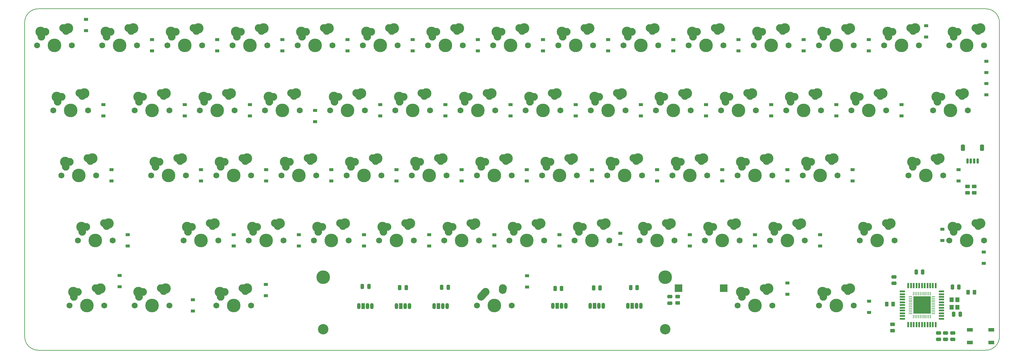
<source format=gbr>
%TF.GenerationSoftware,KiCad,Pcbnew,(6.99.0-5337-gc57e6db79a-dirty)*%
%TF.CreationDate,2023-01-12T21:18:57-05:00*%
%TF.ProjectId,hhkb,68686b62-2e6b-4696-9361-645f70636258,rev?*%
%TF.SameCoordinates,Original*%
%TF.FileFunction,Soldermask,Bot*%
%TF.FilePolarity,Negative*%
%FSLAX46Y46*%
G04 Gerber Fmt 4.6, Leading zero omitted, Abs format (unit mm)*
G04 Created by KiCad (PCBNEW (6.99.0-5337-gc57e6db79a-dirty)) date 2023-01-12 21:18:57*
%MOMM*%
%LPD*%
G01*
G04 APERTURE LIST*
G04 Aperture macros list*
%AMRoundRect*
0 Rectangle with rounded corners*
0 $1 Rounding radius*
0 $2 $3 $4 $5 $6 $7 $8 $9 X,Y pos of 4 corners*
0 Add a 4 corners polygon primitive as box body*
4,1,4,$2,$3,$4,$5,$6,$7,$8,$9,$2,$3,0*
0 Add four circle primitives for the rounded corners*
1,1,$1+$1,$2,$3*
1,1,$1+$1,$4,$5*
1,1,$1+$1,$6,$7*
1,1,$1+$1,$8,$9*
0 Add four rect primitives between the rounded corners*
20,1,$1+$1,$2,$3,$4,$5,0*
20,1,$1+$1,$4,$5,$6,$7,0*
20,1,$1+$1,$6,$7,$8,$9,0*
20,1,$1+$1,$8,$9,$2,$3,0*%
%AMHorizOval*
0 Thick line with rounded ends*
0 $1 width*
0 $2 $3 position (X,Y) of the first rounded end (center of the circle)*
0 $4 $5 position (X,Y) of the second rounded end (center of the circle)*
0 Add line between two ends*
20,1,$1,$2,$3,$4,$5,0*
0 Add two circle primitives to create the rounded ends*
1,1,$1,$2,$3*
1,1,$1,$4,$5*%
G04 Aperture macros list end*
%ADD10C,1.750000*%
%ADD11C,3.987800*%
%ADD12C,3.000000*%
%ADD13C,2.250000*%
%ADD14O,1.070000X1.800000*%
%ADD15R,1.070000X1.800000*%
%ADD16HorizOval,2.250000X0.020000X0.290000X-0.020000X-0.290000X0*%
%ADD17HorizOval,2.250000X0.655001X0.730000X-0.655001X-0.730000X0*%
%ADD18C,3.048000*%
%ADD19R,1.200000X0.900000*%
%ADD20RoundRect,0.250000X-0.250000X-0.475000X0.250000X-0.475000X0.250000X0.475000X-0.250000X0.475000X0*%
%ADD21RoundRect,0.250000X-0.262500X-0.450000X0.262500X-0.450000X0.262500X0.450000X-0.262500X0.450000X0*%
%ADD22R,1.800000X1.100000*%
%ADD23RoundRect,0.250000X-0.475000X0.250000X-0.475000X-0.250000X0.475000X-0.250000X0.475000X0.250000X0*%
%ADD24RoundRect,0.250000X0.475000X-0.250000X0.475000X0.250000X-0.475000X0.250000X-0.475000X-0.250000X0*%
%ADD25RoundRect,0.250000X0.250000X0.475000X-0.250000X0.475000X-0.250000X-0.475000X0.250000X-0.475000X0*%
%ADD26RoundRect,0.150000X-0.150000X-0.625000X0.150000X-0.625000X0.150000X0.625000X-0.150000X0.625000X0*%
%ADD27RoundRect,0.250000X-0.350000X-0.650000X0.350000X-0.650000X0.350000X0.650000X-0.350000X0.650000X0*%
%ADD28RoundRect,0.250000X0.262500X0.450000X-0.262500X0.450000X-0.262500X-0.450000X0.262500X-0.450000X0*%
%ADD29RoundRect,0.250000X-0.450000X0.262500X-0.450000X-0.262500X0.450000X-0.262500X0.450000X0.262500X0*%
%ADD30R,0.550000X1.500000*%
%ADD31RoundRect,0.062500X-0.062500X0.475000X-0.062500X-0.475000X0.062500X-0.475000X0.062500X0.475000X0*%
%ADD32R,1.500000X0.550000*%
%ADD33RoundRect,0.062500X-0.475000X0.062500X-0.475000X-0.062500X0.475000X-0.062500X0.475000X0.062500X0*%
%ADD34R,5.200000X5.200000*%
%ADD35R,1.200000X1.400000*%
%ADD36RoundRect,0.250000X0.450000X-0.262500X0.450000X0.262500X-0.450000X0.262500X-0.450000X-0.262500X0*%
%ADD37R,2.200000X2.200000*%
%TA.AperFunction,Profile*%
%ADD38C,0.150000*%
%TD*%
G04 APERTURE END LIST*
D10*
%TO.C,SW_LCTRL2*%
X13156000Y-86903500D03*
D11*
X18236000Y-86903500D03*
D10*
X23316000Y-86903500D03*
D12*
X14186000Y-82953500D03*
D13*
X14426000Y-84363500D03*
X15611000Y-82978500D03*
X20776000Y-81823500D03*
X21611000Y-82653500D03*
D12*
X22186000Y-81953500D03*
%TD*%
D14*
%TO.C,LED2*%
X167924999Y-87019999D03*
X165384999Y-87019999D03*
D15*
X166654999Y-87019999D03*
D14*
X169194999Y-87019999D03*
%TD*%
%TO.C,LED3*%
X178924999Y-87019999D03*
X176384999Y-87019999D03*
D15*
X177654999Y-87019999D03*
D14*
X180194999Y-87019999D03*
%TD*%
D10*
%TO.C,SW_0*%
X194131000Y-10703500D03*
D11*
X199211000Y-10703500D03*
D10*
X204291000Y-10703500D03*
D12*
X195161000Y-6753500D03*
D13*
X195401000Y-8163500D03*
X196586000Y-6778500D03*
X201751000Y-5623500D03*
X202586000Y-6453500D03*
D12*
X203161000Y-5753500D03*
%TD*%
D10*
%TO.C,SW_1*%
X22681000Y-10703500D03*
D11*
X27761000Y-10703500D03*
D10*
X32841000Y-10703500D03*
D12*
X23711000Y-6753500D03*
D13*
X23951000Y-8163500D03*
X25136000Y-6778500D03*
X30301000Y-5623500D03*
X31136000Y-6453500D03*
D12*
X31711000Y-5753500D03*
%TD*%
D10*
%TO.C,SW_2*%
X41731000Y-10703500D03*
D11*
X46811000Y-10703500D03*
D10*
X51891000Y-10703500D03*
D12*
X42761000Y-6753500D03*
D13*
X43001000Y-8163500D03*
X44186000Y-6778500D03*
X49351000Y-5623500D03*
X50186000Y-6453500D03*
D12*
X50761000Y-5753500D03*
%TD*%
D10*
%TO.C,SW_3*%
X60781000Y-10703500D03*
D11*
X65861000Y-10703500D03*
D10*
X70941000Y-10703500D03*
D12*
X61811000Y-6753500D03*
D13*
X62051000Y-8163500D03*
X63236000Y-6778500D03*
X68401000Y-5623500D03*
X69236000Y-6453500D03*
D12*
X69811000Y-5753500D03*
%TD*%
D10*
%TO.C,SW_6*%
X117931000Y-10703500D03*
D11*
X123011000Y-10703500D03*
D10*
X128091000Y-10703500D03*
D12*
X118961000Y-6753500D03*
D13*
X119201000Y-8163500D03*
X120386000Y-6778500D03*
X125551000Y-5623500D03*
X126386000Y-6453500D03*
D12*
X126961000Y-5753500D03*
%TD*%
D10*
%TO.C,SW_7*%
X136981000Y-10703500D03*
D11*
X142061000Y-10703500D03*
D10*
X147141000Y-10703500D03*
D12*
X138011000Y-6753500D03*
D13*
X138251000Y-8163500D03*
X139436000Y-6778500D03*
X144601000Y-5623500D03*
X145436000Y-6453500D03*
D12*
X146011000Y-5753500D03*
%TD*%
D10*
%TO.C,SW_8*%
X156031000Y-10703500D03*
D11*
X161111000Y-10703500D03*
D10*
X166191000Y-10703500D03*
D12*
X157061000Y-6753500D03*
D13*
X157301000Y-8163500D03*
X158486000Y-6778500D03*
X163651000Y-5623500D03*
X164486000Y-6453500D03*
D12*
X165061000Y-5753500D03*
%TD*%
D10*
%TO.C,SW_9*%
X175081000Y-10703500D03*
D11*
X180161000Y-10703500D03*
D10*
X185241000Y-10703500D03*
D12*
X176111000Y-6753500D03*
D13*
X176351000Y-8163500D03*
X177536000Y-6778500D03*
X182701000Y-5623500D03*
X183536000Y-6453500D03*
D12*
X184111000Y-5753500D03*
%TD*%
D10*
%TO.C,SW_A1*%
X36968500Y-48803500D03*
D11*
X42048500Y-48803500D03*
D10*
X47128500Y-48803500D03*
D12*
X37998500Y-44853500D03*
D13*
X38238500Y-46263500D03*
X39423500Y-44878500D03*
X44588500Y-43723500D03*
X45423500Y-44553500D03*
D12*
X45998500Y-43853500D03*
%TD*%
D10*
%TO.C,SW_APOS1*%
X227468500Y-48803500D03*
D11*
X232548500Y-48803500D03*
D10*
X237628500Y-48803500D03*
D12*
X228498500Y-44853500D03*
D13*
X228738500Y-46263500D03*
X229923500Y-44878500D03*
X235088500Y-43723500D03*
X235923500Y-44553500D03*
D12*
X236498500Y-43853500D03*
%TD*%
D10*
%TO.C,SW_B1*%
X122693500Y-67853500D03*
D11*
X127773500Y-67853500D03*
D10*
X132853500Y-67853500D03*
D12*
X123723500Y-63903500D03*
D13*
X123963500Y-65313500D03*
X125148500Y-63928500D03*
X130313500Y-62773500D03*
X131148500Y-63603500D03*
D12*
X131723500Y-62903500D03*
%TD*%
D10*
%TO.C,SW_BACKSP1*%
X265568500Y-29753500D03*
D11*
X270648500Y-29753500D03*
D10*
X275728500Y-29753500D03*
D12*
X266598500Y-25803500D03*
D13*
X266838500Y-27213500D03*
X268023500Y-25828500D03*
X273188500Y-24673500D03*
X274023500Y-25503500D03*
D12*
X274598500Y-24803500D03*
%TD*%
D10*
%TO.C,SW_BKSLS1*%
X251281000Y-10703500D03*
D11*
X256361000Y-10703500D03*
D10*
X261441000Y-10703500D03*
D12*
X252311000Y-6753500D03*
D13*
X252551000Y-8163500D03*
X253736000Y-6778500D03*
X258901000Y-5623500D03*
X259736000Y-6453500D03*
D12*
X260311000Y-5753500D03*
%TD*%
D10*
%TO.C,SW_C1*%
X84593500Y-67853500D03*
D11*
X89673500Y-67853500D03*
D10*
X94753500Y-67853500D03*
D12*
X85623500Y-63903500D03*
D13*
X85863500Y-65313500D03*
X87048500Y-63928500D03*
X92213500Y-62773500D03*
X93048500Y-63603500D03*
D12*
X93623500Y-62903500D03*
%TD*%
D10*
%TO.C,SW_CAP1*%
X10774750Y-48803500D03*
D11*
X15854750Y-48803500D03*
D10*
X20934750Y-48803500D03*
D12*
X11804750Y-44853500D03*
D13*
X12044750Y-46263500D03*
X13229750Y-44878500D03*
X18394750Y-43723500D03*
X19229750Y-44553500D03*
D12*
X19804750Y-43853500D03*
%TD*%
D10*
%TO.C,SW_COLON1*%
X208418500Y-48803500D03*
D11*
X213498500Y-48803500D03*
D10*
X218578500Y-48803500D03*
D12*
X209448500Y-44853500D03*
D13*
X209688500Y-46263500D03*
X210873500Y-44878500D03*
X216038500Y-43723500D03*
X216873500Y-44553500D03*
D12*
X217448500Y-43853500D03*
%TD*%
D10*
%TO.C,SW_COMMA1*%
X179843500Y-67853500D03*
D11*
X184923500Y-67853500D03*
D10*
X190003500Y-67853500D03*
D12*
X180873500Y-63903500D03*
D13*
X181113500Y-65313500D03*
X182298500Y-63928500D03*
X187463500Y-62773500D03*
X188298500Y-63603500D03*
D12*
X188873500Y-62903500D03*
%TD*%
D10*
%TO.C,SW_D1*%
X75068500Y-48803500D03*
D11*
X80148500Y-48803500D03*
D10*
X85228500Y-48803500D03*
D12*
X76098500Y-44853500D03*
D13*
X76338500Y-46263500D03*
X77523500Y-44878500D03*
X82688500Y-43723500D03*
X83523500Y-44553500D03*
D12*
X84098500Y-43853500D03*
%TD*%
D10*
%TO.C,SW_E1*%
X70306000Y-29753500D03*
D11*
X75386000Y-29753500D03*
D10*
X80466000Y-29753500D03*
D12*
X71336000Y-25803500D03*
D13*
X71576000Y-27213500D03*
X72761000Y-25828500D03*
X77926000Y-24673500D03*
X78761000Y-25503500D03*
D12*
X79336000Y-24803500D03*
%TD*%
D10*
%TO.C,SW_ENTER1*%
X258424750Y-48803500D03*
D11*
X263504750Y-48803500D03*
D10*
X268584750Y-48803500D03*
D12*
X259454750Y-44853500D03*
D13*
X259694750Y-46263500D03*
X260879750Y-44878500D03*
X266044750Y-43723500D03*
X266879750Y-44553500D03*
D12*
X267454750Y-43853500D03*
%TD*%
D10*
%TO.C,SW_EQ1*%
X232231000Y-10703500D03*
D11*
X237311000Y-10703500D03*
D10*
X242391000Y-10703500D03*
D12*
X233261000Y-6753500D03*
D13*
X233501000Y-8163500D03*
X234686000Y-6778500D03*
X239851000Y-5623500D03*
X240686000Y-6453500D03*
D12*
X241261000Y-5753500D03*
%TD*%
D10*
%TO.C,SW_F13*%
X94118500Y-48803500D03*
D11*
X99198500Y-48803500D03*
D10*
X104278500Y-48803500D03*
D12*
X95148500Y-44853500D03*
D13*
X95388500Y-46263500D03*
X96573500Y-44878500D03*
X101738500Y-43723500D03*
X102573500Y-44553500D03*
D12*
X103148500Y-43853500D03*
%TD*%
D10*
%TO.C,SW_G1*%
X113168500Y-48803500D03*
D11*
X118248500Y-48803500D03*
D10*
X123328500Y-48803500D03*
D12*
X114198500Y-44853500D03*
D13*
X114438500Y-46263500D03*
X115623500Y-44878500D03*
X120788500Y-43723500D03*
X121623500Y-44553500D03*
D12*
X122198500Y-43853500D03*
%TD*%
D10*
%TO.C,SW_H1*%
X132218500Y-48803500D03*
D11*
X137298500Y-48803500D03*
D10*
X142378500Y-48803500D03*
D12*
X133248500Y-44853500D03*
D13*
X133488500Y-46263500D03*
X134673500Y-44878500D03*
X139838500Y-43723500D03*
X140673500Y-44553500D03*
D12*
X141248500Y-43853500D03*
%TD*%
D10*
%TO.C,SW_I1*%
X165556000Y-29753500D03*
D11*
X170636000Y-29753500D03*
D10*
X175716000Y-29753500D03*
D12*
X166586000Y-25803500D03*
D13*
X166826000Y-27213500D03*
X168011000Y-25828500D03*
X173176000Y-24673500D03*
X174011000Y-25503500D03*
D12*
X174586000Y-24803500D03*
%TD*%
D10*
%TO.C,SW_J1*%
X151268500Y-48803500D03*
D11*
X156348500Y-48803500D03*
D10*
X161428500Y-48803500D03*
D12*
X152298500Y-44853500D03*
D13*
X152538500Y-46263500D03*
X153723500Y-44878500D03*
X158888500Y-43723500D03*
X159723500Y-44553500D03*
D12*
X160298500Y-43853500D03*
%TD*%
D10*
%TO.C,SW_K1*%
X170318500Y-48803500D03*
D11*
X175398500Y-48803500D03*
D10*
X180478500Y-48803500D03*
D12*
X171348500Y-44853500D03*
D13*
X171588500Y-46263500D03*
X172773500Y-44878500D03*
X177938500Y-43723500D03*
X178773500Y-44553500D03*
D12*
X179348500Y-43853500D03*
%TD*%
D10*
%TO.C,SW_L1*%
X189368500Y-48803500D03*
D11*
X194448500Y-48803500D03*
D10*
X199528500Y-48803500D03*
D12*
X190398500Y-44853500D03*
D13*
X190638500Y-46263500D03*
X191823500Y-44878500D03*
X196988500Y-43723500D03*
X197823500Y-44553500D03*
D12*
X198398500Y-43853500D03*
%TD*%
D10*
%TO.C,SW_LALT1*%
X56018500Y-86903500D03*
D11*
X61098500Y-86903500D03*
D10*
X66178500Y-86903500D03*
D12*
X57048500Y-82953500D03*
D13*
X57288500Y-84363500D03*
X58473500Y-82978500D03*
X63638500Y-81823500D03*
X64473500Y-82653500D03*
D12*
X65048500Y-81953500D03*
%TD*%
D10*
%TO.C,SW_LBRAC1*%
X222706000Y-29753500D03*
D11*
X227786000Y-29753500D03*
D10*
X232866000Y-29753500D03*
D12*
X223736000Y-25803500D03*
D13*
X223976000Y-27213500D03*
X225161000Y-25828500D03*
X230326000Y-24673500D03*
X231161000Y-25503500D03*
D12*
X231736000Y-24803500D03*
%TD*%
D10*
%TO.C,SW_LMOD1*%
X32206000Y-86903500D03*
D11*
X37286000Y-86903500D03*
D10*
X42366000Y-86903500D03*
D12*
X33236000Y-82953500D03*
D13*
X33476000Y-84363500D03*
X34661000Y-82978500D03*
X39826000Y-81823500D03*
X40661000Y-82653500D03*
D12*
X41236000Y-81953500D03*
%TD*%
D10*
%TO.C,SW_LSH1*%
X15537250Y-67853500D03*
D11*
X20617250Y-67853500D03*
D10*
X25697250Y-67853500D03*
D12*
X16567250Y-63903500D03*
D13*
X16807250Y-65313500D03*
X17992250Y-63928500D03*
X23157250Y-62773500D03*
X23992250Y-63603500D03*
D12*
X24567250Y-62903500D03*
%TD*%
D10*
%TO.C,SW_M1*%
X160793500Y-67853500D03*
D11*
X165873500Y-67853500D03*
D10*
X170953500Y-67853500D03*
D12*
X161823500Y-63903500D03*
D13*
X162063500Y-65313500D03*
X163248500Y-63928500D03*
X168413500Y-62773500D03*
X169248500Y-63603500D03*
D12*
X169823500Y-62903500D03*
%TD*%
D10*
%TO.C,SW_MINUS1*%
X213181000Y-10703500D03*
D11*
X218261000Y-10703500D03*
D10*
X223341000Y-10703500D03*
D12*
X214211000Y-6753500D03*
D13*
X214451000Y-8163500D03*
X215636000Y-6778500D03*
X220801000Y-5623500D03*
X221636000Y-6453500D03*
D12*
X222211000Y-5753500D03*
%TD*%
D10*
%TO.C,SW_N1*%
X141743500Y-67853500D03*
D11*
X146823500Y-67853500D03*
D10*
X151903500Y-67853500D03*
D12*
X142773500Y-63903500D03*
D13*
X143013500Y-65313500D03*
X144198500Y-63928500D03*
X149363500Y-62773500D03*
X150198500Y-63603500D03*
D12*
X150773500Y-62903500D03*
%TD*%
D10*
%TO.C,SW_O1*%
X184606000Y-29753500D03*
D11*
X189686000Y-29753500D03*
D10*
X194766000Y-29753500D03*
D12*
X185636000Y-25803500D03*
D13*
X185876000Y-27213500D03*
X187061000Y-25828500D03*
X192226000Y-24673500D03*
X193061000Y-25503500D03*
D12*
X193636000Y-24803500D03*
%TD*%
D10*
%TO.C,SW_P1*%
X203656000Y-29753500D03*
D11*
X208736000Y-29753500D03*
D10*
X213816000Y-29753500D03*
D12*
X204686000Y-25803500D03*
D13*
X204926000Y-27213500D03*
X206111000Y-25828500D03*
X211276000Y-24673500D03*
X212111000Y-25503500D03*
D12*
X212686000Y-24803500D03*
%TD*%
D10*
%TO.C,SW_PERIOD1*%
X198893500Y-67853500D03*
D11*
X203973500Y-67853500D03*
D10*
X209053500Y-67853500D03*
D12*
X199923500Y-63903500D03*
D13*
X200163500Y-65313500D03*
X201348500Y-63928500D03*
X206513500Y-62773500D03*
X207348500Y-63603500D03*
D12*
X207923500Y-62903500D03*
%TD*%
D10*
%TO.C,SW_Q1*%
X32206000Y-29753500D03*
D11*
X37286000Y-29753500D03*
D10*
X42366000Y-29753500D03*
D12*
X33236000Y-25803500D03*
D13*
X33476000Y-27213500D03*
X34661000Y-25828500D03*
X39826000Y-24673500D03*
X40661000Y-25503500D03*
D12*
X41236000Y-24803500D03*
%TD*%
D10*
%TO.C,SW_R1*%
X89356000Y-29753500D03*
D11*
X94436000Y-29753500D03*
D10*
X99516000Y-29753500D03*
D12*
X90386000Y-25803500D03*
D13*
X90626000Y-27213500D03*
X91811000Y-25828500D03*
X96976000Y-24673500D03*
X97811000Y-25503500D03*
D12*
X98386000Y-24803500D03*
%TD*%
D10*
%TO.C,SW_RALT1*%
X208418500Y-86903500D03*
D11*
X213498500Y-86903500D03*
D10*
X218578500Y-86903500D03*
D12*
X209448500Y-82953500D03*
D13*
X209688500Y-84363500D03*
X210873500Y-82978500D03*
X216038500Y-81823500D03*
X216873500Y-82653500D03*
D12*
X217448500Y-81953500D03*
%TD*%
D10*
%TO.C,SW_RBRAC1*%
X241756000Y-29753500D03*
D11*
X246836000Y-29753500D03*
D10*
X251916000Y-29753500D03*
D12*
X242786000Y-25803500D03*
D13*
X243026000Y-27213500D03*
X244211000Y-25828500D03*
X249376000Y-24673500D03*
X250211000Y-25503500D03*
D12*
X250786000Y-24803500D03*
%TD*%
D10*
%TO.C,SW_RFN1*%
X270331000Y-67853500D03*
D11*
X275411000Y-67853500D03*
D10*
X280491000Y-67853500D03*
D12*
X271361000Y-63903500D03*
D13*
X271601000Y-65313500D03*
X272786000Y-63928500D03*
X277951000Y-62773500D03*
X278786000Y-63603500D03*
D12*
X279361000Y-62903500D03*
%TD*%
D10*
%TO.C,SW_RMOD1*%
X232231000Y-86903500D03*
D11*
X237311000Y-86903500D03*
D10*
X242391000Y-86903500D03*
D12*
X233261000Y-82953500D03*
D13*
X233501000Y-84363500D03*
X234686000Y-82978500D03*
X239851000Y-81823500D03*
X240686000Y-82653500D03*
D12*
X241261000Y-81953500D03*
%TD*%
D10*
%TO.C,SW_RSH1*%
X244137250Y-67853500D03*
D11*
X249217250Y-67853500D03*
D10*
X254297250Y-67853500D03*
D12*
X245167250Y-63903500D03*
D13*
X245407250Y-65313500D03*
X246592250Y-63928500D03*
X251757250Y-62773500D03*
X252592250Y-63603500D03*
D12*
X253167250Y-62903500D03*
%TD*%
D10*
%TO.C,SW_S1*%
X56018500Y-48803500D03*
D11*
X61098500Y-48803500D03*
D10*
X66178500Y-48803500D03*
D12*
X57048500Y-44853500D03*
D13*
X57288500Y-46263500D03*
X58473500Y-44878500D03*
X63638500Y-43723500D03*
X64473500Y-44553500D03*
D12*
X65048500Y-43853500D03*
%TD*%
D10*
%TO.C,SW_SLASH1*%
X217943500Y-67853500D03*
D11*
X223023500Y-67853500D03*
D10*
X228103500Y-67853500D03*
D12*
X218973500Y-63903500D03*
D13*
X219213500Y-65313500D03*
X220398500Y-63928500D03*
X225563500Y-62773500D03*
X226398500Y-63603500D03*
D12*
X226973500Y-62903500D03*
%TD*%
D13*
%TO.C,SW_SPACE1*%
X139838500Y-81823500D03*
D16*
X139818499Y-82113499D03*
D13*
X134798500Y-82903500D03*
D17*
X134143500Y-83633499D03*
D18*
X187298400Y-93888500D03*
D11*
X187298400Y-78648500D03*
D10*
X142378500Y-86903500D03*
D11*
X137298500Y-86903500D03*
D10*
X132218500Y-86903500D03*
D18*
X87298600Y-93888500D03*
D11*
X87298600Y-78648500D03*
%TD*%
D10*
%TO.C,SW_T1*%
X108406000Y-29753500D03*
D11*
X113486000Y-29753500D03*
D10*
X118566000Y-29753500D03*
D12*
X109436000Y-25803500D03*
D13*
X109676000Y-27213500D03*
X110861000Y-25828500D03*
X116026000Y-24673500D03*
X116861000Y-25503500D03*
D12*
X117436000Y-24803500D03*
%TD*%
D10*
%TO.C,SW_TAB1*%
X8393500Y-29753500D03*
D11*
X13473500Y-29753500D03*
D10*
X18553500Y-29753500D03*
D12*
X9423500Y-25803500D03*
D13*
X9663500Y-27213500D03*
X10848500Y-25828500D03*
X16013500Y-24673500D03*
X16848500Y-25503500D03*
D12*
X17423500Y-24803500D03*
%TD*%
D10*
%TO.C,SW_ESC1*%
X3631000Y-10703500D03*
D11*
X8711000Y-10703500D03*
D10*
X13791000Y-10703500D03*
D12*
X4661000Y-6753500D03*
D13*
X4901000Y-8163500D03*
X6086000Y-6778500D03*
X11251000Y-5623500D03*
X12086000Y-6453500D03*
D12*
X12661000Y-5753500D03*
%TD*%
D10*
%TO.C,SW_U1*%
X146506000Y-29753500D03*
D11*
X151586000Y-29753500D03*
D10*
X156666000Y-29753500D03*
D12*
X147536000Y-25803500D03*
D13*
X147776000Y-27213500D03*
X148961000Y-25828500D03*
X154126000Y-24673500D03*
X154961000Y-25503500D03*
D12*
X155536000Y-24803500D03*
%TD*%
D10*
%TO.C,SW_V1*%
X103643500Y-67853500D03*
D11*
X108723500Y-67853500D03*
D10*
X113803500Y-67853500D03*
D12*
X104673500Y-63903500D03*
D13*
X104913500Y-65313500D03*
X106098500Y-63928500D03*
X111263500Y-62773500D03*
X112098500Y-63603500D03*
D12*
X112673500Y-62903500D03*
%TD*%
D10*
%TO.C,SW_W1*%
X51256000Y-29753500D03*
D11*
X56336000Y-29753500D03*
D10*
X61416000Y-29753500D03*
D12*
X52286000Y-25803500D03*
D13*
X52526000Y-27213500D03*
X53711000Y-25828500D03*
X58876000Y-24673500D03*
X59711000Y-25503500D03*
D12*
X60286000Y-24803500D03*
%TD*%
D10*
%TO.C,SW_X1*%
X65543500Y-67853500D03*
D11*
X70623500Y-67853500D03*
D10*
X75703500Y-67853500D03*
D12*
X66573500Y-63903500D03*
D13*
X66813500Y-65313500D03*
X67998500Y-63928500D03*
X73163500Y-62773500D03*
X73998500Y-63603500D03*
D12*
X74573500Y-62903500D03*
%TD*%
D10*
%TO.C,SW_Y1*%
X127456000Y-29753500D03*
D11*
X132536000Y-29753500D03*
D10*
X137616000Y-29753500D03*
D12*
X128486000Y-25803500D03*
D13*
X128726000Y-27213500D03*
X129911000Y-25828500D03*
X135076000Y-24673500D03*
X135911000Y-25503500D03*
D12*
X136486000Y-24803500D03*
%TD*%
D10*
%TO.C,SW_Z1*%
X46493500Y-67853500D03*
D11*
X51573500Y-67853500D03*
D10*
X56653500Y-67853500D03*
D12*
X47523500Y-63903500D03*
D13*
X47763500Y-65313500D03*
X48948500Y-63928500D03*
X54113500Y-62773500D03*
X54948500Y-63603500D03*
D12*
X55523500Y-62903500D03*
%TD*%
D10*
%TO.C,SW_4*%
X79831000Y-10703500D03*
D11*
X84911000Y-10703500D03*
D10*
X89991000Y-10703500D03*
D12*
X80861000Y-6753500D03*
D13*
X81101000Y-8163500D03*
X82286000Y-6778500D03*
X87451000Y-5623500D03*
X88286000Y-6453500D03*
D12*
X88861000Y-5753500D03*
%TD*%
D10*
%TO.C,SW_5*%
X98881000Y-10703500D03*
D11*
X103961000Y-10703500D03*
D10*
X109041000Y-10703500D03*
D12*
X99911000Y-6753500D03*
D13*
X100151000Y-8163500D03*
X101336000Y-6778500D03*
X106501000Y-5623500D03*
X107336000Y-6453500D03*
D12*
X107911000Y-5753500D03*
%TD*%
D14*
%TO.C,LED7*%
X100209999Y-87069999D03*
X97669999Y-87069999D03*
D15*
X98939999Y-87069999D03*
D14*
X101479999Y-87069999D03*
%TD*%
D10*
%TO.C,SW_TICK1*%
X270331000Y-10703500D03*
D11*
X275411000Y-10703500D03*
D10*
X280491000Y-10703500D03*
D12*
X271361000Y-6753500D03*
D13*
X271601000Y-8163500D03*
X272786000Y-6778500D03*
X277951000Y-5623500D03*
X278786000Y-6453500D03*
D12*
X279361000Y-5753500D03*
%TD*%
D14*
%TO.C,LED5*%
X122209999Y-87069999D03*
X119669999Y-87069999D03*
D15*
X120939999Y-87069999D03*
D14*
X123479999Y-87069999D03*
%TD*%
%TO.C,LED6*%
X111209999Y-87069999D03*
X108669999Y-87069999D03*
D15*
X109939999Y-87069999D03*
D14*
X112479999Y-87069999D03*
%TD*%
%TO.C,LED4*%
X156924999Y-87019999D03*
X154384999Y-87019999D03*
D15*
X155654999Y-87019999D03*
D14*
X158194999Y-87019999D03*
%TD*%
D19*
%TO.C,D12*%
X27789999Y-81439999D03*
X27789999Y-78139999D03*
%TD*%
%TO.C,D16*%
X80148499Y-69503499D03*
X80148499Y-66203499D03*
%TD*%
D20*
%TO.C,C9*%
X166360000Y-81720000D03*
X168260000Y-81720000D03*
%TD*%
D21*
%TO.C,R1*%
X252045000Y-86530000D03*
X253870000Y-86530000D03*
%TD*%
D22*
%TO.C,SW1*%
X276379999Y-97739999D03*
X282579999Y-94039999D03*
X276379999Y-94039999D03*
X282579999Y-97739999D03*
%TD*%
D23*
%TO.C,C1*%
X254125375Y-78538625D03*
X254125375Y-80438625D03*
%TD*%
D24*
%TO.C,C2*%
X271340000Y-96850000D03*
X271340000Y-94950000D03*
%TD*%
%TO.C,C5*%
X267210000Y-96850000D03*
X267210000Y-94950000D03*
%TD*%
D25*
%TO.C,C6*%
X262580000Y-77100000D03*
X260680000Y-77100000D03*
%TD*%
D24*
%TO.C,C7*%
X269270000Y-96850000D03*
X269270000Y-94950000D03*
%TD*%
D19*
%TO.C,D2*%
X17909999Y-6359999D03*
X17909999Y-3059999D03*
%TD*%
%TO.C,D3*%
X22998499Y-31403499D03*
X22998499Y-28103499D03*
%TD*%
%TO.C,D4*%
X25379749Y-50453499D03*
X25379749Y-47153499D03*
%TD*%
%TO.C,D5*%
X30142249Y-69503499D03*
X30142249Y-66203499D03*
%TD*%
%TO.C,D7*%
X49192249Y-88553499D03*
X49192249Y-85253499D03*
%TD*%
%TO.C,D8*%
X61098499Y-69503499D03*
X61098499Y-66203499D03*
%TD*%
%TO.C,D9*%
X51573499Y-50453499D03*
X51573499Y-47153499D03*
%TD*%
%TO.C,D10*%
X46810999Y-31403499D03*
X46810999Y-28103499D03*
%TD*%
%TO.C,D11*%
X37285999Y-12353499D03*
X37285999Y-9053499D03*
%TD*%
%TO.C,D13*%
X56335999Y-12353499D03*
X56335999Y-9053499D03*
%TD*%
%TO.C,D14*%
X65860999Y-31403499D03*
X65860999Y-28103499D03*
%TD*%
%TO.C,D15*%
X70623499Y-50453499D03*
X70623499Y-47153499D03*
%TD*%
%TO.C,D17*%
X70489999Y-84059999D03*
X70489999Y-80759999D03*
%TD*%
%TO.C,D18*%
X99198499Y-69503499D03*
X99198499Y-66203499D03*
%TD*%
%TO.C,D19*%
X89673499Y-50453499D03*
X89673499Y-47153499D03*
%TD*%
%TO.C,D20*%
X84910999Y-33053499D03*
X84910999Y-29753499D03*
%TD*%
%TO.C,D21*%
X75385999Y-12353499D03*
X75385999Y-9053499D03*
%TD*%
%TO.C,D24*%
X94435999Y-12353499D03*
X94435999Y-9053499D03*
%TD*%
%TO.C,D25*%
X103960999Y-31403499D03*
X103960999Y-28103499D03*
%TD*%
%TO.C,D26*%
X108723499Y-50453499D03*
X108723499Y-47153499D03*
%TD*%
%TO.C,D27*%
X118248499Y-69503499D03*
X118248499Y-66203499D03*
%TD*%
%TO.C,D28*%
X146899999Y-81519999D03*
X146899999Y-78219999D03*
%TD*%
%TO.C,D29*%
X137298499Y-69503499D03*
X137298499Y-66203499D03*
%TD*%
%TO.C,D30*%
X127773499Y-50453499D03*
X127773499Y-47153499D03*
%TD*%
%TO.C,D31*%
X123010999Y-31403499D03*
X123010999Y-28103499D03*
%TD*%
%TO.C,D32*%
X113485999Y-12353499D03*
X113485999Y-9053499D03*
%TD*%
%TO.C,D35*%
X132535999Y-12353499D03*
X132535999Y-9053499D03*
%TD*%
%TO.C,D36*%
X142060999Y-31403499D03*
X142060999Y-28103499D03*
%TD*%
%TO.C,D37*%
X146823499Y-50453499D03*
X146823499Y-47153499D03*
%TD*%
%TO.C,D38*%
X156348499Y-69503499D03*
X156348499Y-66203499D03*
%TD*%
%TO.C,D39*%
X174109999Y-69029999D03*
X174109999Y-65729999D03*
%TD*%
%TO.C,D40*%
X165873499Y-50453499D03*
X165873499Y-47153499D03*
%TD*%
%TO.C,D41*%
X161110999Y-31403499D03*
X161110999Y-28103499D03*
%TD*%
%TO.C,D42*%
X151585999Y-12353499D03*
X151585999Y-9053499D03*
%TD*%
%TO.C,D46*%
X170635999Y-12353499D03*
X170635999Y-9053499D03*
%TD*%
%TO.C,D47*%
X180160999Y-31403499D03*
X180160999Y-28103499D03*
%TD*%
%TO.C,D48*%
X184923499Y-50453499D03*
X184923499Y-47153499D03*
%TD*%
%TO.C,D49*%
X194448499Y-69503499D03*
X194448499Y-66203499D03*
%TD*%
%TO.C,D50*%
X223019999Y-83639999D03*
X223019999Y-80339999D03*
%TD*%
%TO.C,D51*%
X213498499Y-69503499D03*
X213498499Y-66203499D03*
%TD*%
%TO.C,D52*%
X203973499Y-50453499D03*
X203973499Y-47153499D03*
%TD*%
%TO.C,D53*%
X199210999Y-31403499D03*
X199210999Y-28103499D03*
%TD*%
%TO.C,D54*%
X189685999Y-12353499D03*
X189685999Y-9053499D03*
%TD*%
%TO.C,D57*%
X208735999Y-12353499D03*
X208735999Y-9053499D03*
%TD*%
%TO.C,D58*%
X218260999Y-31403499D03*
X218260999Y-28103499D03*
%TD*%
%TO.C,D59*%
X223023499Y-50453499D03*
X223023499Y-47153499D03*
%TD*%
%TO.C,D60*%
X232548499Y-69503499D03*
X232548499Y-66203499D03*
%TD*%
%TO.C,D61*%
X246849999Y-88969999D03*
X246849999Y-85669999D03*
%TD*%
%TO.C,D62*%
X268267249Y-67853499D03*
X268267249Y-64553499D03*
%TD*%
%TO.C,D63*%
X242073499Y-50453499D03*
X242073499Y-47153499D03*
%TD*%
%TO.C,D64*%
X237310999Y-31403499D03*
X237310999Y-28103499D03*
%TD*%
%TO.C,D65*%
X227785999Y-12353499D03*
X227785999Y-9053499D03*
%TD*%
%TO.C,D68*%
X246835999Y-12353499D03*
X246835999Y-9053499D03*
%TD*%
%TO.C,D69*%
X256360999Y-31403499D03*
X256360999Y-28103499D03*
%TD*%
%TO.C,D70*%
X263589999Y-8239999D03*
X263589999Y-4939999D03*
%TD*%
%TO.C,D71*%
X273029749Y-50453499D03*
X273029749Y-47153499D03*
%TD*%
%TO.C,D72*%
X280369999Y-74549999D03*
X280369999Y-71249999D03*
%TD*%
%TO.C,D76*%
X281149999Y-25219999D03*
X281149999Y-21919999D03*
%TD*%
D26*
%TO.C,J1*%
X275630000Y-44585000D03*
X276630000Y-44585000D03*
X277630000Y-44585000D03*
X278630000Y-44585000D03*
D27*
X274330000Y-40710000D03*
X279930000Y-40710000D03*
%TD*%
D28*
%TO.C,R3*%
X277682500Y-83020000D03*
X275857500Y-83020000D03*
%TD*%
D29*
%TO.C,R4*%
X253720000Y-92417500D03*
X253720000Y-94242500D03*
%TD*%
D30*
%TO.C,U1*%
X258342624Y-81072624D03*
D31*
X259842625Y-83435125D03*
D30*
X259142624Y-81072624D03*
D31*
X260342625Y-83435125D03*
D30*
X259942624Y-81072624D03*
D31*
X260842625Y-83435125D03*
D30*
X260742624Y-81072624D03*
D31*
X261342625Y-83435125D03*
D30*
X261542624Y-81072624D03*
D31*
X261842625Y-83435125D03*
D30*
X262342624Y-81072624D03*
D31*
X262342625Y-83435125D03*
D30*
X263142624Y-81072624D03*
D31*
X262842625Y-83435125D03*
D30*
X263942624Y-81072624D03*
D31*
X263342625Y-83435125D03*
D30*
X264742624Y-81072624D03*
D31*
X263842625Y-83435125D03*
D30*
X265542624Y-81072624D03*
D31*
X264342625Y-83435125D03*
D30*
X266342624Y-81072624D03*
D31*
X264842625Y-83435125D03*
D32*
X268042624Y-82772624D03*
D33*
X265680125Y-84272625D03*
D32*
X268042624Y-83572624D03*
D33*
X265680125Y-84772625D03*
D32*
X268042624Y-84372624D03*
D33*
X265680125Y-85272625D03*
D32*
X268042624Y-85172624D03*
D33*
X265680125Y-85772625D03*
D32*
X268042624Y-85972624D03*
D33*
X265680125Y-86272625D03*
D32*
X268042624Y-86772624D03*
D33*
X265680125Y-86772625D03*
X265680125Y-87272625D03*
D32*
X268042624Y-87572624D03*
D33*
X265680125Y-87772625D03*
D32*
X268042624Y-88372624D03*
D33*
X265680125Y-88272625D03*
D32*
X268042624Y-89172624D03*
D33*
X265680125Y-88772625D03*
D32*
X268042624Y-89972624D03*
D33*
X265680125Y-89272625D03*
D32*
X268042624Y-90772624D03*
D31*
X264842625Y-90110125D03*
D30*
X266342624Y-92472624D03*
D31*
X264342625Y-90110125D03*
D30*
X265542624Y-92472624D03*
D31*
X263842625Y-90110125D03*
D30*
X264742624Y-92472624D03*
D31*
X263342625Y-90110125D03*
D30*
X263942624Y-92472624D03*
D31*
X262842625Y-90110125D03*
D30*
X263142624Y-92472624D03*
D31*
X262342625Y-90110125D03*
D30*
X262342624Y-92472624D03*
D31*
X261842625Y-90110125D03*
D30*
X261542624Y-92472624D03*
D31*
X261342625Y-90110125D03*
D30*
X260742624Y-92472624D03*
D31*
X260842625Y-90110125D03*
D30*
X259942624Y-92472624D03*
D31*
X260342625Y-90110125D03*
D30*
X259142624Y-92472624D03*
D31*
X259842625Y-90110125D03*
D30*
X258342624Y-92472624D03*
D33*
X259005125Y-89272625D03*
D32*
X256642624Y-90772624D03*
D33*
X259005125Y-88772625D03*
D32*
X256642624Y-89972624D03*
D33*
X259005125Y-88272625D03*
D32*
X256642624Y-89172624D03*
D33*
X259005125Y-87772625D03*
D32*
X256642624Y-88372624D03*
D33*
X259005125Y-87272625D03*
D32*
X256642624Y-87572624D03*
D33*
X259005125Y-86772625D03*
D32*
X256642624Y-86772624D03*
X256642624Y-85972624D03*
D33*
X259005125Y-86272625D03*
D32*
X256642624Y-85172624D03*
D33*
X259005125Y-85772625D03*
D32*
X256642624Y-84372624D03*
D33*
X259005125Y-85272625D03*
D32*
X256642624Y-83572624D03*
D33*
X259005125Y-84772625D03*
D32*
X256642624Y-82772624D03*
D33*
X259005125Y-84272625D03*
D34*
X262342624Y-86772624D03*
%TD*%
D35*
%TO.C,Y1*%
X271017624Y-87385124D03*
X271017624Y-85185124D03*
X272717624Y-85185124D03*
X272717624Y-87385124D03*
%TD*%
D20*
%TO.C,C3*%
X271640000Y-89430000D03*
X273540000Y-89430000D03*
%TD*%
%TO.C,C4*%
X271250000Y-81470000D03*
X273150000Y-81470000D03*
%TD*%
D25*
%TO.C,C10*%
X179080000Y-81650000D03*
X177180000Y-81650000D03*
%TD*%
D20*
%TO.C,C12*%
X155075000Y-81920000D03*
X156975000Y-81920000D03*
%TD*%
D23*
%TO.C,C11*%
X188610000Y-84305000D03*
X188610000Y-86205000D03*
%TD*%
D25*
%TO.C,C14*%
X111545000Y-81640000D03*
X109645000Y-81640000D03*
%TD*%
%TO.C,C15*%
X100625000Y-81340000D03*
X98725000Y-81340000D03*
%TD*%
D36*
%TO.C,R5*%
X277580000Y-53895000D03*
X277580000Y-52070000D03*
%TD*%
D19*
%TO.C,D77*%
X281139999Y-18659999D03*
X281139999Y-15359999D03*
%TD*%
D20*
%TO.C,C13*%
X121945000Y-81600000D03*
X123845000Y-81600000D03*
%TD*%
D36*
%TO.C,R2*%
X275630000Y-53895000D03*
X275630000Y-52070000D03*
%TD*%
%TO.C,R6*%
X190930000Y-86130000D03*
X190930000Y-84305000D03*
%TD*%
D37*
%TO.C,BUZ1*%
X191189999Y-81814999D03*
X204389999Y-81814999D03*
%TD*%
D38*
X281000000Y-100000000D02*
G75*
G03*
X285000000Y-96000000I0J4000000D01*
G01*
X4000000Y0D02*
G75*
G03*
X0Y-4000000I0J-4000000D01*
G01*
X4000000Y-100000000D02*
X281000000Y-100000000D01*
X285000000Y-96000000D02*
X285000000Y-4000000D01*
X0Y-4000000D02*
X0Y-96000000D01*
X285000000Y-4000000D02*
G75*
G03*
X281000000Y0I-4000000J0D01*
G01*
X4000000Y0D02*
X281000000Y0D01*
X0Y-96000000D02*
G75*
G03*
X4000000Y-100000000I4000000J0D01*
G01*
M02*

</source>
